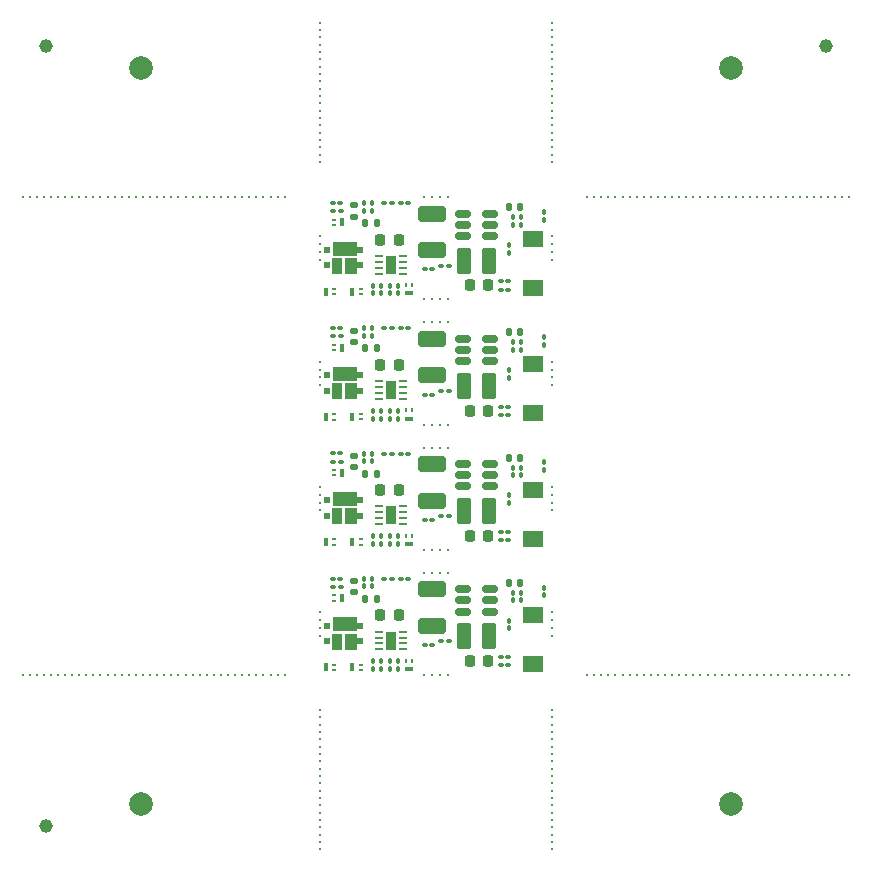
<source format=gts>
G04 #@! TF.GenerationSoftware,KiCad,Pcbnew,8.0.7*
G04 #@! TF.CreationDate,2025-01-15T21:24:22-05:00*
G04 #@! TF.ProjectId,panel,70616e65-6c2e-46b6-9963-61645f706362,rev?*
G04 #@! TF.SameCoordinates,Original*
G04 #@! TF.FileFunction,Soldermask,Top*
G04 #@! TF.FilePolarity,Negative*
%FSLAX46Y46*%
G04 Gerber Fmt 4.6, Leading zero omitted, Abs format (unit mm)*
G04 Created by KiCad (PCBNEW 8.0.7) date 2025-01-15 21:24:22*
%MOMM*%
%LPD*%
G01*
G04 APERTURE LIST*
G04 Aperture macros list*
%AMRoundRect*
0 Rectangle with rounded corners*
0 $1 Rounding radius*
0 $2 $3 $4 $5 $6 $7 $8 $9 X,Y pos of 4 corners*
0 Add a 4 corners polygon primitive as box body*
4,1,4,$2,$3,$4,$5,$6,$7,$8,$9,$2,$3,0*
0 Add four circle primitives for the rounded corners*
1,1,$1+$1,$2,$3*
1,1,$1+$1,$4,$5*
1,1,$1+$1,$6,$7*
1,1,$1+$1,$8,$9*
0 Add four rect primitives between the rounded corners*
20,1,$1+$1,$2,$3,$4,$5,0*
20,1,$1+$1,$4,$5,$6,$7,0*
20,1,$1+$1,$6,$7,$8,$9,0*
20,1,$1+$1,$8,$9,$2,$3,0*%
G04 Aperture macros list end*
%ADD10RoundRect,0.250000X-0.375000X-0.850000X0.375000X-0.850000X0.375000X0.850000X-0.375000X0.850000X0*%
%ADD11C,0.300000*%
%ADD12RoundRect,0.100000X0.100000X-0.130000X0.100000X0.130000X-0.100000X0.130000X-0.100000X-0.130000X0*%
%ADD13RoundRect,0.225000X0.225000X0.250000X-0.225000X0.250000X-0.225000X-0.250000X0.225000X-0.250000X0*%
%ADD14R,0.400000X0.250000*%
%ADD15R,0.400000X0.700000*%
%ADD16RoundRect,0.147500X0.147500X0.172500X-0.147500X0.172500X-0.147500X-0.172500X0.147500X-0.172500X0*%
%ADD17R,1.000000X1.400000*%
%ADD18R,0.550000X0.500000*%
%ADD19R,2.020000X1.200000*%
%ADD20R,0.630000X0.550000*%
%ADD21R,0.870000X1.400000*%
%ADD22RoundRect,0.100000X-0.100000X0.130000X-0.100000X-0.130000X0.100000X-0.130000X0.100000X0.130000X0*%
%ADD23RoundRect,0.062500X-0.300000X-0.062500X0.300000X-0.062500X0.300000X0.062500X-0.300000X0.062500X0*%
%ADD24R,0.900000X1.600000*%
%ADD25RoundRect,0.100000X-0.130000X-0.100000X0.130000X-0.100000X0.130000X0.100000X-0.130000X0.100000X0*%
%ADD26R,1.800000X1.350000*%
%ADD27RoundRect,0.100000X0.130000X0.100000X-0.130000X0.100000X-0.130000X-0.100000X0.130000X-0.100000X0*%
%ADD28C,1.152000*%
%ADD29R,0.250000X0.400000*%
%ADD30R,0.700000X0.400000*%
%ADD31RoundRect,0.147500X0.172500X-0.147500X0.172500X0.147500X-0.172500X0.147500X-0.172500X-0.147500X0*%
%ADD32RoundRect,0.250000X0.925000X-0.412500X0.925000X0.412500X-0.925000X0.412500X-0.925000X-0.412500X0*%
%ADD33C,2.000000*%
%ADD34RoundRect,0.147500X-0.147500X-0.172500X0.147500X-0.172500X0.147500X0.172500X-0.147500X0.172500X0*%
%ADD35RoundRect,0.150000X0.512500X0.150000X-0.512500X0.150000X-0.512500X-0.150000X0.512500X-0.150000X0*%
G04 APERTURE END LIST*
D10*
G04 #@! TO.C,L1*
X37351357Y-30757478D03*
X39501357Y-30757478D03*
G04 #@! TD*
D11*
G04 #@! TO.C,KiKit_MB_24_35*
X68200000Y-55200000D03*
G04 #@! TD*
G04 #@! TO.C,KiKit_MB_18_15*
X44800000Y-8694737D03*
G04 #@! TD*
G04 #@! TO.C,KiKit_MB_18_7*
X44800000Y-3726316D03*
G04 #@! TD*
D12*
G04 #@! TO.C,R13*
X31770000Y-33520000D03*
X31770000Y-32880000D03*
G04 #@! TD*
D11*
G04 #@! TO.C,KiKit_MB_22_24*
X13800000Y-55200000D03*
G04 #@! TD*
D13*
G04 #@! TO.C,C18*
X31835000Y-50160000D03*
X30285000Y-50160000D03*
G04 #@! TD*
D11*
G04 #@! TO.C,KiKit_MB_21_34*
X19800000Y-14800000D03*
G04 #@! TD*
G04 #@! TO.C,KiKit_MB_17_2*
X25200000Y-621053D03*
G04 #@! TD*
D14*
G04 #@! TO.C,Q1*
X26330000Y-27285000D03*
X26330000Y-27735000D03*
D15*
X27030000Y-27510000D03*
G04 #@! TD*
D16*
G04 #@! TO.C,D2*
X42125000Y-36820000D03*
X41155000Y-36820000D03*
G04 #@! TD*
D11*
G04 #@! TO.C,KiKit_MB_24_7*
X51400000Y-55200000D03*
G04 #@! TD*
G04 #@! TO.C,KiKit_MB_12_3*
X34666667Y-44630000D03*
G04 #@! TD*
D12*
G04 #@! TO.C,C20*
X29620000Y-15920000D03*
X29620000Y-15280000D03*
G04 #@! TD*
D11*
G04 #@! TO.C,KiKit_MB_23_32*
X66400000Y-14800000D03*
G04 #@! TD*
G04 #@! TO.C,KiKit_MB_20_12*
X44800000Y-65031578D03*
G04 #@! TD*
G04 #@! TO.C,KiKit_MB_15_1*
X34000000Y-46570000D03*
G04 #@! TD*
D13*
G04 #@! TO.C,C9*
X39405000Y-22240000D03*
X37855000Y-22240000D03*
G04 #@! TD*
D11*
G04 #@! TO.C,KiKit_MB_21_7*
X3600000Y-14800000D03*
G04 #@! TD*
D12*
G04 #@! TO.C,C22*
X28920000Y-47720000D03*
X28920000Y-47080000D03*
G04 #@! TD*
D11*
G04 #@! TO.C,KiKit_MB_21_3*
X1200000Y-14800000D03*
G04 #@! TD*
G04 #@! TO.C,KiKit_MB_24_20*
X59200000Y-55200000D03*
G04 #@! TD*
G04 #@! TO.C,KiKit_MB_22_30*
X17400000Y-55200000D03*
G04 #@! TD*
G04 #@! TO.C,KiKit_MB_21_23*
X13200000Y-14800000D03*
G04 #@! TD*
D17*
G04 #@! TO.C,D1*
X27780000Y-31200000D03*
D18*
X28530000Y-31150000D03*
X28530000Y-29850000D03*
D19*
X27270000Y-29750000D03*
D20*
X25795000Y-29850000D03*
D21*
X26650000Y-31200000D03*
D20*
X25795000Y-31150000D03*
G04 #@! TD*
D11*
G04 #@! TO.C,KiKit_MB_4_1*
X36000000Y-23430000D03*
G04 #@! TD*
G04 #@! TO.C,KiKit_MB_13_1*
X25170000Y-51900000D03*
G04 #@! TD*
G04 #@! TO.C,KiKit_MB_15_2*
X34666667Y-46570000D03*
G04 #@! TD*
D22*
G04 #@! TO.C,R4*
X44120000Y-16030000D03*
X44120000Y-16670000D03*
G04 #@! TD*
D11*
G04 #@! TO.C,KiKit_MB_24_22*
X60400000Y-55200000D03*
G04 #@! TD*
G04 #@! TO.C,KiKit_MB_21_17*
X9600000Y-14800000D03*
G04 #@! TD*
D14*
G04 #@! TO.C,Q6*
X28630000Y-33595000D03*
X28630000Y-33145000D03*
D15*
X27930000Y-33370000D03*
G04 #@! TD*
D11*
G04 #@! TO.C,KiKit_MB_23_21*
X59800000Y-14800000D03*
G04 #@! TD*
G04 #@! TO.C,KiKit_MB_8_2*
X35333333Y-34030000D03*
G04 #@! TD*
G04 #@! TO.C,KiKit_MB_17_4*
X25200000Y-1863158D03*
G04 #@! TD*
G04 #@! TO.C,KiKit_MB_21_37*
X21600000Y-14800000D03*
G04 #@! TD*
G04 #@! TO.C,KiKit_MB_18_16*
X44800000Y-9315790D03*
G04 #@! TD*
G04 #@! TO.C,KiKit_MB_23_18*
X58000000Y-14800000D03*
G04 #@! TD*
G04 #@! TO.C,KiKit_MB_21_9*
X4800000Y-14800000D03*
G04 #@! TD*
G04 #@! TO.C,KiKit_MB_23_10*
X53200000Y-14800000D03*
G04 #@! TD*
G04 #@! TO.C,KiKit_MB_7_2*
X34666667Y-25370000D03*
G04 #@! TD*
D12*
G04 #@! TO.C,C2*
X42220000Y-27710000D03*
X42220000Y-27070000D03*
G04 #@! TD*
D11*
G04 #@! TO.C,KiKit_MB_2_2*
X44830000Y-18766667D03*
G04 #@! TD*
D12*
G04 #@! TO.C,R12*
X30370000Y-33520000D03*
X30370000Y-32880000D03*
G04 #@! TD*
D11*
G04 #@! TO.C,KiKit_MB_21_29*
X16800000Y-14800000D03*
G04 #@! TD*
G04 #@! TO.C,KiKit_MB_23_22*
X60400000Y-14800000D03*
G04 #@! TD*
G04 #@! TO.C,KiKit_MB_3_1*
X34000000Y-14770000D03*
G04 #@! TD*
G04 #@! TO.C,KiKit_MB_19_15*
X25200000Y-66894736D03*
G04 #@! TD*
G04 #@! TO.C,KiKit_MB_19_6*
X25200000Y-61305263D03*
G04 #@! TD*
G04 #@! TO.C,KiKit_MB_21_6*
X3000000Y-14800000D03*
G04 #@! TD*
G04 #@! TO.C,KiKit_MB_14_3*
X44830000Y-51233333D03*
G04 #@! TD*
G04 #@! TO.C,KiKit_MB_4_3*
X34666667Y-23430000D03*
G04 #@! TD*
D13*
G04 #@! TO.C,C9*
X39405000Y-32840000D03*
X37855000Y-32840000D03*
G04 #@! TD*
D11*
G04 #@! TO.C,KiKit_MB_18_10*
X44800000Y-5589474D03*
G04 #@! TD*
G04 #@! TO.C,KiKit_MB_18_6*
X44800000Y-3105264D03*
G04 #@! TD*
D23*
G04 #@! TO.C,U4*
X30207500Y-30360000D03*
X30207500Y-30860000D03*
X30207500Y-31360000D03*
X30207500Y-31860000D03*
X32232500Y-31860000D03*
X32232500Y-31360000D03*
X32232500Y-30860000D03*
X32232500Y-30360000D03*
D24*
X31220000Y-31110000D03*
G04 #@! TD*
D11*
G04 #@! TO.C,KiKit_MB_5_3*
X25170000Y-29366666D03*
G04 #@! TD*
D22*
G04 #@! TO.C,R4*
X44120000Y-37230000D03*
X44120000Y-37870000D03*
G04 #@! TD*
D12*
G04 #@! TO.C,R14*
X31070000Y-54720000D03*
X31070000Y-54080000D03*
G04 #@! TD*
G04 #@! TO.C,C2*
X42220000Y-48910000D03*
X42220000Y-48270000D03*
G04 #@! TD*
D11*
G04 #@! TO.C,KiKit_MB_13_2*
X25170000Y-51233333D03*
G04 #@! TD*
G04 #@! TO.C,KiKit_MB_24_3*
X49000000Y-55200000D03*
G04 #@! TD*
D22*
G04 #@! TO.C,R9*
X41520000Y-27070000D03*
X41520000Y-27710000D03*
G04 #@! TD*
D14*
G04 #@! TO.C,Q3*
X26390000Y-54800000D03*
X26390000Y-54350000D03*
D15*
X25690000Y-54575000D03*
G04 #@! TD*
D12*
G04 #@! TO.C,R11*
X29670000Y-22920000D03*
X29670000Y-22280000D03*
G04 #@! TD*
D11*
G04 #@! TO.C,KiKit_MB_21_19*
X10800000Y-14800000D03*
G04 #@! TD*
G04 #@! TO.C,KiKit_MB_24_5*
X50200000Y-55200000D03*
G04 #@! TD*
G04 #@! TO.C,KiKit_MB_18_19*
X44800000Y-11178948D03*
G04 #@! TD*
G04 #@! TO.C,KiKit_MB_22_12*
X6600000Y-55200000D03*
G04 #@! TD*
G04 #@! TO.C,KiKit_MB_23_38*
X70000000Y-14800000D03*
G04 #@! TD*
G04 #@! TO.C,KiKit_MB_19_5*
X25200000Y-60684210D03*
G04 #@! TD*
G04 #@! TO.C,KiKit_MB_10_3*
X44830000Y-40633333D03*
G04 #@! TD*
G04 #@! TO.C,KiKit_MB_23_2*
X48400000Y-14800000D03*
G04 #@! TD*
D13*
G04 #@! TO.C,C18*
X31835000Y-18360000D03*
X30285000Y-18360000D03*
G04 #@! TD*
D25*
G04 #@! TO.C,C21*
X30630000Y-25880000D03*
X31270000Y-25880000D03*
G04 #@! TD*
D11*
G04 #@! TO.C,KiKit_MB_24_10*
X53200000Y-55200000D03*
G04 #@! TD*
D26*
G04 #@! TO.C,SW1*
X43210000Y-33075000D03*
X43210000Y-28925000D03*
G04 #@! TD*
D11*
G04 #@! TO.C,KiKit_MB_20_8*
X44800000Y-62547368D03*
G04 #@! TD*
G04 #@! TO.C,KiKit_MB_20_11*
X44800000Y-64410526D03*
G04 #@! TD*
G04 #@! TO.C,KiKit_MB_15_4*
X36000000Y-46570000D03*
G04 #@! TD*
G04 #@! TO.C,KiKit_MB_10_2*
X44830000Y-39966666D03*
G04 #@! TD*
D25*
G04 #@! TO.C,R8*
X40490000Y-22620000D03*
X41130000Y-22620000D03*
G04 #@! TD*
D27*
G04 #@! TO.C,R1*
X26910000Y-25860000D03*
X26270000Y-25860000D03*
G04 #@! TD*
D11*
G04 #@! TO.C,KiKit_MB_19_9*
X25200000Y-63168421D03*
G04 #@! TD*
D14*
G04 #@! TO.C,Q3*
X26390000Y-23000000D03*
X26390000Y-22550000D03*
D15*
X25690000Y-22775000D03*
G04 #@! TD*
D25*
G04 #@! TO.C,C19*
X34060000Y-20880000D03*
X34700000Y-20880000D03*
G04 #@! TD*
D11*
G04 #@! TO.C,KiKit_MB_22_29*
X16800000Y-55200000D03*
G04 #@! TD*
G04 #@! TO.C,KiKit_MB_18_13*
X44800000Y-7452632D03*
G04 #@! TD*
G04 #@! TO.C,KiKit_MB_24_30*
X65200000Y-55200000D03*
G04 #@! TD*
G04 #@! TO.C,KiKit_MB_23_23*
X61000000Y-14800000D03*
G04 #@! TD*
G04 #@! TO.C,KiKit_MB_24_13*
X55000000Y-55200000D03*
G04 #@! TD*
G04 #@! TO.C,KiKit_MB_12_4*
X34000000Y-44630000D03*
G04 #@! TD*
G04 #@! TO.C,KiKit_MB_24_15*
X56200000Y-55200000D03*
G04 #@! TD*
G04 #@! TO.C,KiKit_MB_23_20*
X59200000Y-14800000D03*
G04 #@! TD*
G04 #@! TO.C,KiKit_MB_17_6*
X25200000Y-3105264D03*
G04 #@! TD*
G04 #@! TO.C,KiKit_MB_13_3*
X25170000Y-50566666D03*
G04 #@! TD*
D14*
G04 #@! TO.C,Q1*
X26330000Y-37885000D03*
X26330000Y-38335000D03*
D15*
X27030000Y-38110000D03*
G04 #@! TD*
D11*
G04 #@! TO.C,KiKit_MB_24_16*
X56800000Y-55200000D03*
G04 #@! TD*
G04 #@! TO.C,KiKit_MB_24_26*
X62800000Y-55200000D03*
G04 #@! TD*
G04 #@! TO.C,KiKit_MB_23_14*
X55600000Y-14800000D03*
G04 #@! TD*
D28*
G04 #@! TO.C,KiKit_TO_2*
X68000000Y-2000000D03*
G04 #@! TD*
D11*
G04 #@! TO.C,KiKit_MB_23_9*
X52600000Y-14800000D03*
G04 #@! TD*
D12*
G04 #@! TO.C,C22*
X28920000Y-37120000D03*
X28920000Y-36480000D03*
G04 #@! TD*
D11*
G04 #@! TO.C,KiKit_MB_1_4*
X25170000Y-18100000D03*
G04 #@! TD*
D12*
G04 #@! TO.C,R12*
X30370000Y-22920000D03*
X30370000Y-22280000D03*
G04 #@! TD*
D11*
G04 #@! TO.C,KiKit_MB_24_19*
X58600000Y-55200000D03*
G04 #@! TD*
G04 #@! TO.C,KiKit_MB_9_4*
X25170000Y-39300000D03*
G04 #@! TD*
G04 #@! TO.C,KiKit_MB_9_3*
X25170000Y-39966666D03*
G04 #@! TD*
D27*
G04 #@! TO.C,R2*
X26940000Y-37160000D03*
X26300000Y-37160000D03*
G04 #@! TD*
D11*
G04 #@! TO.C,KiKit_MB_18_9*
X44800000Y-4968422D03*
G04 #@! TD*
G04 #@! TO.C,KiKit_MB_22_8*
X4200000Y-55200000D03*
G04 #@! TD*
G04 #@! TO.C,KiKit_MB_20_4*
X44800000Y-60063157D03*
G04 #@! TD*
G04 #@! TO.C,KiKit_MB_22_31*
X18000000Y-55200000D03*
G04 #@! TD*
G04 #@! TO.C,KiKit_MB_22_36*
X21000000Y-55200000D03*
G04 #@! TD*
G04 #@! TO.C,KiKit_MB_13_4*
X25170000Y-49900000D03*
G04 #@! TD*
D13*
G04 #@! TO.C,C18*
X31835000Y-39560000D03*
X30285000Y-39560000D03*
G04 #@! TD*
D11*
G04 #@! TO.C,KiKit_MB_24_8*
X52000000Y-55200000D03*
G04 #@! TD*
G04 #@! TO.C,KiKit_MB_6_1*
X44830000Y-28700000D03*
G04 #@! TD*
G04 #@! TO.C,KiKit_MB_18_8*
X44800000Y-4347369D03*
G04 #@! TD*
D27*
G04 #@! TO.C,C6*
X36100000Y-52360000D03*
X35460000Y-52360000D03*
G04 #@! TD*
D11*
G04 #@! TO.C,KiKit_MB_20_6*
X44800000Y-61305263D03*
G04 #@! TD*
D14*
G04 #@! TO.C,Q6*
X28630000Y-54795000D03*
X28630000Y-54345000D03*
D15*
X27930000Y-54570000D03*
G04 #@! TD*
D11*
G04 #@! TO.C,KiKit_MB_23_30*
X65200000Y-14800000D03*
G04 #@! TD*
G04 #@! TO.C,KiKit_MB_5_4*
X25170000Y-28700000D03*
G04 #@! TD*
G04 #@! TO.C,KiKit_MB_21_33*
X19200000Y-14800000D03*
G04 #@! TD*
G04 #@! TO.C,KiKit_MB_22_28*
X16200000Y-55200000D03*
G04 #@! TD*
G04 #@! TO.C,KiKit_MB_22_19*
X10800000Y-55200000D03*
G04 #@! TD*
G04 #@! TO.C,KiKit_MB_24_37*
X69400000Y-55200000D03*
G04 #@! TD*
G04 #@! TO.C,KiKit_MB_22_22*
X12600000Y-55200000D03*
G04 #@! TD*
D12*
G04 #@! TO.C,C13*
X41150000Y-30060000D03*
X41150000Y-29420000D03*
G04 #@! TD*
D29*
G04 #@! TO.C,Q2*
X32945000Y-54020000D03*
X32495000Y-54020000D03*
D30*
X32720000Y-54720000D03*
G04 #@! TD*
D11*
G04 #@! TO.C,KiKit_MB_17_1*
X25200000Y0D03*
G04 #@! TD*
D14*
G04 #@! TO.C,Q3*
X26390000Y-44200000D03*
X26390000Y-43750000D03*
D15*
X25690000Y-43975000D03*
G04 #@! TD*
D11*
G04 #@! TO.C,KiKit_MB_22_33*
X19200000Y-55200000D03*
G04 #@! TD*
G04 #@! TO.C,KiKit_MB_18_17*
X44800000Y-9936843D03*
G04 #@! TD*
G04 #@! TO.C,KiKit_MB_17_15*
X25200000Y-8694737D03*
G04 #@! TD*
G04 #@! TO.C,KiKit_MB_14_4*
X44830000Y-51900000D03*
G04 #@! TD*
D25*
G04 #@! TO.C,C19*
X34060000Y-52680000D03*
X34700000Y-52680000D03*
G04 #@! TD*
D11*
G04 #@! TO.C,KiKit_MB_19_14*
X25200000Y-66273684D03*
G04 #@! TD*
G04 #@! TO.C,KiKit_MB_19_7*
X25200000Y-61926315D03*
G04 #@! TD*
G04 #@! TO.C,KiKit_MB_19_12*
X25200000Y-65031578D03*
G04 #@! TD*
D12*
G04 #@! TO.C,R12*
X30370000Y-54720000D03*
X30370000Y-54080000D03*
G04 #@! TD*
D27*
G04 #@! TO.C,C16*
X32670000Y-15280000D03*
X32030000Y-15280000D03*
G04 #@! TD*
D31*
G04 #@! TO.C,FB1*
X28100000Y-16435000D03*
X28100000Y-15465000D03*
G04 #@! TD*
D11*
G04 #@! TO.C,KiKit_MB_21_38*
X22200000Y-14800000D03*
G04 #@! TD*
G04 #@! TO.C,KiKit_MB_24_1*
X47800000Y-55200000D03*
G04 #@! TD*
D27*
G04 #@! TO.C,R7*
X41130000Y-43110000D03*
X40490000Y-43110000D03*
G04 #@! TD*
D11*
G04 #@! TO.C,KiKit_MB_17_10*
X25200000Y-5589474D03*
G04 #@! TD*
D12*
G04 #@! TO.C,R14*
X31070000Y-22920000D03*
X31070000Y-22280000D03*
G04 #@! TD*
D11*
G04 #@! TO.C,KiKit_MB_21_36*
X21000000Y-14800000D03*
G04 #@! TD*
D29*
G04 #@! TO.C,Q2*
X32945000Y-22220000D03*
X32495000Y-22220000D03*
D30*
X32720000Y-22920000D03*
G04 #@! TD*
D11*
G04 #@! TO.C,KiKit_MB_17_14*
X25200000Y-8073685D03*
G04 #@! TD*
G04 #@! TO.C,KiKit_MB_20_13*
X44800000Y-65652631D03*
G04 #@! TD*
G04 #@! TO.C,KiKit_MB_22_7*
X3600000Y-55200000D03*
G04 #@! TD*
G04 #@! TO.C,KiKit_MB_22_21*
X12000000Y-55200000D03*
G04 #@! TD*
D12*
G04 #@! TO.C,R14*
X31070000Y-44120000D03*
X31070000Y-43480000D03*
G04 #@! TD*
D16*
G04 #@! TO.C,D2*
X42125000Y-26220000D03*
X41155000Y-26220000D03*
G04 #@! TD*
D11*
G04 #@! TO.C,KiKit_MB_20_7*
X44800000Y-61926315D03*
G04 #@! TD*
G04 #@! TO.C,KiKit_MB_21_30*
X17400000Y-14800000D03*
G04 #@! TD*
D13*
G04 #@! TO.C,C9*
X39405000Y-54040000D03*
X37855000Y-54040000D03*
G04 #@! TD*
D11*
G04 #@! TO.C,KiKit_MB_5_1*
X25170000Y-30700000D03*
G04 #@! TD*
G04 #@! TO.C,KiKit_MB_24_29*
X64600000Y-55200000D03*
G04 #@! TD*
D16*
G04 #@! TO.C,D2*
X42125000Y-47420000D03*
X41155000Y-47420000D03*
G04 #@! TD*
D12*
G04 #@! TO.C,C20*
X29620000Y-37120000D03*
X29620000Y-36480000D03*
G04 #@! TD*
D11*
G04 #@! TO.C,KiKit_MB_23_28*
X64000000Y-14800000D03*
G04 #@! TD*
G04 #@! TO.C,KiKit_MB_11_1*
X34000000Y-35970000D03*
G04 #@! TD*
G04 #@! TO.C,KiKit_MB_17_16*
X25200000Y-9315790D03*
G04 #@! TD*
G04 #@! TO.C,KiKit_MB_18_14*
X44800000Y-8073685D03*
G04 #@! TD*
G04 #@! TO.C,KiKit_MB_24_12*
X54400000Y-55200000D03*
G04 #@! TD*
G04 #@! TO.C,KiKit_MB_23_17*
X57400000Y-14800000D03*
G04 #@! TD*
G04 #@! TO.C,KiKit_MB_24_31*
X65800000Y-55200000D03*
G04 #@! TD*
D32*
G04 #@! TO.C,C4*
X34700000Y-51057500D03*
X34700000Y-47982500D03*
G04 #@! TD*
D11*
G04 #@! TO.C,KiKit_MB_24_4*
X49600000Y-55200000D03*
G04 #@! TD*
G04 #@! TO.C,KiKit_MB_17_17*
X25200000Y-9936843D03*
G04 #@! TD*
G04 #@! TO.C,KiKit_MB_7_1*
X34000000Y-25370000D03*
G04 #@! TD*
G04 #@! TO.C,KiKit_MB_23_37*
X69400000Y-14800000D03*
G04 #@! TD*
G04 #@! TO.C,KiKit_MB_17_5*
X25200000Y-2484211D03*
G04 #@! TD*
D33*
G04 #@! TO.C,KiKit_FID_T_2*
X60000000Y-3850000D03*
G04 #@! TD*
D11*
G04 #@! TO.C,KiKit_MB_23_7*
X51400000Y-14800000D03*
G04 #@! TD*
D28*
G04 #@! TO.C,KiKit_TO_3*
X2000000Y-68000000D03*
G04 #@! TD*
D11*
G04 #@! TO.C,KiKit_MB_1_1*
X25170000Y-20100000D03*
G04 #@! TD*
G04 #@! TO.C,KiKit_MB_21_32*
X18600000Y-14800000D03*
G04 #@! TD*
G04 #@! TO.C,KiKit_MB_22_26*
X15000000Y-55200000D03*
G04 #@! TD*
G04 #@! TO.C,KiKit_MB_11_2*
X34666667Y-35970000D03*
G04 #@! TD*
D25*
G04 #@! TO.C,C19*
X34060000Y-31480000D03*
X34700000Y-31480000D03*
G04 #@! TD*
D33*
G04 #@! TO.C,KiKit_FID_T_3*
X10000000Y-66150000D03*
G04 #@! TD*
D11*
G04 #@! TO.C,KiKit_MB_8_3*
X34666667Y-34030000D03*
G04 #@! TD*
G04 #@! TO.C,KiKit_MB_22_15*
X8400000Y-55200000D03*
G04 #@! TD*
G04 #@! TO.C,KiKit_MB_24_9*
X52600000Y-55200000D03*
G04 #@! TD*
G04 #@! TO.C,KiKit_MB_18_5*
X44800000Y-2484211D03*
G04 #@! TD*
G04 #@! TO.C,KiKit_MB_22_5*
X2400000Y-55200000D03*
G04 #@! TD*
D22*
G04 #@! TO.C,R4*
X44120000Y-47830000D03*
X44120000Y-48470000D03*
G04 #@! TD*
D11*
G04 #@! TO.C,KiKit_MB_21_22*
X12600000Y-14800000D03*
G04 #@! TD*
G04 #@! TO.C,KiKit_MB_21_24*
X13800000Y-14800000D03*
G04 #@! TD*
D25*
G04 #@! TO.C,C19*
X34060000Y-42080000D03*
X34700000Y-42080000D03*
G04 #@! TD*
D11*
G04 #@! TO.C,KiKit_MB_22_14*
X7800000Y-55200000D03*
G04 #@! TD*
D12*
G04 #@! TO.C,R13*
X31770000Y-54720000D03*
X31770000Y-54080000D03*
G04 #@! TD*
D11*
G04 #@! TO.C,KiKit_MB_7_4*
X36000000Y-25370000D03*
G04 #@! TD*
G04 #@! TO.C,KiKit_MB_22_38*
X22200000Y-55200000D03*
G04 #@! TD*
G04 #@! TO.C,KiKit_MB_21_16*
X9000000Y-14800000D03*
G04 #@! TD*
D28*
G04 #@! TO.C,KiKit_TO_1*
X2000000Y-2000000D03*
G04 #@! TD*
D11*
G04 #@! TO.C,KiKit_MB_18_1*
X44800000Y0D03*
G04 #@! TD*
G04 #@! TO.C,KiKit_MB_8_1*
X36000000Y-34030000D03*
G04 #@! TD*
D14*
G04 #@! TO.C,Q3*
X26390000Y-33600000D03*
X26390000Y-33150000D03*
D15*
X25690000Y-33375000D03*
G04 #@! TD*
D11*
G04 #@! TO.C,KiKit_MB_21_28*
X16200000Y-14800000D03*
G04 #@! TD*
D25*
G04 #@! TO.C,R8*
X40490000Y-33220000D03*
X41130000Y-33220000D03*
G04 #@! TD*
D27*
G04 #@! TO.C,C6*
X36100000Y-20560000D03*
X35460000Y-20560000D03*
G04 #@! TD*
D11*
G04 #@! TO.C,KiKit_MB_22_13*
X7200000Y-55200000D03*
G04 #@! TD*
G04 #@! TO.C,KiKit_MB_18_3*
X44800000Y-1242106D03*
G04 #@! TD*
G04 #@! TO.C,KiKit_MB_3_3*
X35333333Y-14770000D03*
G04 #@! TD*
G04 #@! TO.C,KiKit_MB_2_1*
X44830000Y-18100000D03*
G04 #@! TD*
G04 #@! TO.C,KiKit_MB_6_3*
X44830000Y-30033333D03*
G04 #@! TD*
D14*
G04 #@! TO.C,Q1*
X26330000Y-48485000D03*
X26330000Y-48935000D03*
D15*
X27030000Y-48710000D03*
G04 #@! TD*
D27*
G04 #@! TO.C,R2*
X26940000Y-26560000D03*
X26300000Y-26560000D03*
G04 #@! TD*
D26*
G04 #@! TO.C,SW1*
X43210000Y-22475000D03*
X43210000Y-18325000D03*
G04 #@! TD*
D11*
G04 #@! TO.C,KiKit_MB_19_11*
X25200000Y-64410526D03*
G04 #@! TD*
G04 #@! TO.C,KiKit_MB_6_4*
X44830000Y-30700000D03*
G04 #@! TD*
D32*
G04 #@! TO.C,C4*
X34700000Y-19257500D03*
X34700000Y-16182500D03*
G04 #@! TD*
D11*
G04 #@! TO.C,KiKit_MB_22_4*
X1800000Y-55200000D03*
G04 #@! TD*
G04 #@! TO.C,KiKit_MB_21_15*
X8400000Y-14800000D03*
G04 #@! TD*
G04 #@! TO.C,KiKit_MB_19_17*
X25200000Y-68136842D03*
G04 #@! TD*
G04 #@! TO.C,KiKit_MB_17_11*
X25200000Y-6210527D03*
G04 #@! TD*
G04 #@! TO.C,KiKit_MB_21_21*
X12000000Y-14800000D03*
G04 #@! TD*
G04 #@! TO.C,KiKit_MB_18_11*
X44800000Y-6210527D03*
G04 #@! TD*
G04 #@! TO.C,KiKit_MB_20_10*
X44800000Y-63789473D03*
G04 #@! TD*
D12*
G04 #@! TO.C,C20*
X29620000Y-26520000D03*
X29620000Y-25880000D03*
G04 #@! TD*
D11*
G04 #@! TO.C,KiKit_MB_19_1*
X25200000Y-58200000D03*
G04 #@! TD*
D27*
G04 #@! TO.C,R7*
X41130000Y-21910000D03*
X40490000Y-21910000D03*
G04 #@! TD*
D11*
G04 #@! TO.C,KiKit_MB_16_3*
X34666667Y-55230000D03*
G04 #@! TD*
G04 #@! TO.C,KiKit_MB_11_3*
X35333333Y-35970000D03*
G04 #@! TD*
G04 #@! TO.C,KiKit_MB_22_9*
X4800000Y-55200000D03*
G04 #@! TD*
D34*
G04 #@! TO.C,FB2*
X29015000Y-48780000D03*
X29985000Y-48780000D03*
G04 #@! TD*
D11*
G04 #@! TO.C,KiKit_MB_21_26*
X15000000Y-14800000D03*
G04 #@! TD*
D14*
G04 #@! TO.C,Q1*
X26330000Y-16685000D03*
X26330000Y-17135000D03*
D15*
X27030000Y-16910000D03*
G04 #@! TD*
D11*
G04 #@! TO.C,KiKit_MB_3_2*
X34666667Y-14770000D03*
G04 #@! TD*
G04 #@! TO.C,KiKit_MB_20_3*
X44800000Y-59442105D03*
G04 #@! TD*
G04 #@! TO.C,KiKit_MB_21_1*
X0Y-14800000D03*
G04 #@! TD*
D12*
G04 #@! TO.C,C13*
X41150000Y-19460000D03*
X41150000Y-18820000D03*
G04 #@! TD*
D11*
G04 #@! TO.C,KiKit_MB_19_3*
X25200000Y-59442105D03*
G04 #@! TD*
G04 #@! TO.C,KiKit_MB_9_2*
X25170000Y-40633333D03*
G04 #@! TD*
G04 #@! TO.C,KiKit_MB_24_36*
X68800000Y-55200000D03*
G04 #@! TD*
G04 #@! TO.C,KiKit_MB_22_37*
X21600000Y-55200000D03*
G04 #@! TD*
G04 #@! TO.C,KiKit_MB_24_14*
X55600000Y-55200000D03*
G04 #@! TD*
G04 #@! TO.C,KiKit_MB_17_8*
X25200000Y-4347369D03*
G04 #@! TD*
G04 #@! TO.C,KiKit_MB_19_4*
X25200000Y-60063157D03*
G04 #@! TD*
D12*
G04 #@! TO.C,R13*
X31770000Y-22920000D03*
X31770000Y-22280000D03*
G04 #@! TD*
D17*
G04 #@! TO.C,D1*
X27780000Y-52400000D03*
D18*
X28530000Y-52350000D03*
X28530000Y-51050000D03*
D19*
X27270000Y-50950000D03*
D20*
X25795000Y-51050000D03*
D21*
X26650000Y-52400000D03*
D20*
X25795000Y-52350000D03*
G04 #@! TD*
D11*
G04 #@! TO.C,KiKit_MB_21_8*
X4200000Y-14800000D03*
G04 #@! TD*
G04 #@! TO.C,KiKit_MB_22_16*
X9000000Y-55200000D03*
G04 #@! TD*
G04 #@! TO.C,KiKit_MB_5_2*
X25170000Y-30033333D03*
G04 #@! TD*
G04 #@! TO.C,KiKit_MB_24_2*
X48400000Y-55200000D03*
G04 #@! TD*
G04 #@! TO.C,KiKit_MB_11_4*
X36000000Y-35970000D03*
G04 #@! TD*
D22*
G04 #@! TO.C,R9*
X41520000Y-48270000D03*
X41520000Y-48910000D03*
G04 #@! TD*
D11*
G04 #@! TO.C,KiKit_MB_19_16*
X25200000Y-67515789D03*
G04 #@! TD*
D32*
G04 #@! TO.C,C4*
X34700000Y-29857500D03*
X34700000Y-26782500D03*
G04 #@! TD*
D11*
G04 #@! TO.C,KiKit_MB_10_4*
X44830000Y-41300000D03*
G04 #@! TD*
G04 #@! TO.C,KiKit_MB_17_19*
X25200000Y-11178948D03*
G04 #@! TD*
G04 #@! TO.C,KiKit_MB_22_6*
X3000000Y-55200000D03*
G04 #@! TD*
D12*
G04 #@! TO.C,R13*
X31770000Y-44120000D03*
X31770000Y-43480000D03*
G04 #@! TD*
D13*
G04 #@! TO.C,C18*
X31835000Y-28960000D03*
X30285000Y-28960000D03*
G04 #@! TD*
D11*
G04 #@! TO.C,KiKit_MB_24_38*
X70000000Y-55200000D03*
G04 #@! TD*
D33*
G04 #@! TO.C,KiKit_FID_T_1*
X10000000Y-3850000D03*
G04 #@! TD*
D11*
G04 #@! TO.C,KiKit_MB_12_2*
X35333333Y-44630000D03*
G04 #@! TD*
G04 #@! TO.C,KiKit_MB_21_11*
X6000000Y-14800000D03*
G04 #@! TD*
D12*
G04 #@! TO.C,C2*
X42220000Y-17110000D03*
X42220000Y-16470000D03*
G04 #@! TD*
D11*
G04 #@! TO.C,KiKit_MB_7_3*
X35333333Y-25370000D03*
G04 #@! TD*
G04 #@! TO.C,KiKit_MB_22_23*
X13200000Y-55200000D03*
G04 #@! TD*
G04 #@! TO.C,KiKit_MB_23_27*
X63400000Y-14800000D03*
G04 #@! TD*
G04 #@! TO.C,KiKit_MB_17_3*
X25200000Y-1242106D03*
G04 #@! TD*
G04 #@! TO.C,KiKit_MB_20_16*
X44800000Y-67515789D03*
G04 #@! TD*
D25*
G04 #@! TO.C,C21*
X30630000Y-47080000D03*
X31270000Y-47080000D03*
G04 #@! TD*
D14*
G04 #@! TO.C,Q6*
X28630000Y-44195000D03*
X28630000Y-43745000D03*
D15*
X27930000Y-43970000D03*
G04 #@! TD*
D11*
G04 #@! TO.C,KiKit_MB_14_1*
X44830000Y-49900000D03*
G04 #@! TD*
D12*
G04 #@! TO.C,C13*
X41150000Y-51260000D03*
X41150000Y-50620000D03*
G04 #@! TD*
D11*
G04 #@! TO.C,KiKit_MB_24_33*
X67000000Y-55200000D03*
G04 #@! TD*
G04 #@! TO.C,KiKit_MB_20_5*
X44800000Y-60684210D03*
G04 #@! TD*
D27*
G04 #@! TO.C,R7*
X41130000Y-32510000D03*
X40490000Y-32510000D03*
G04 #@! TD*
D11*
G04 #@! TO.C,KiKit_MB_18_12*
X44800000Y-6831579D03*
G04 #@! TD*
G04 #@! TO.C,KiKit_MB_17_20*
X25200000Y-11800000D03*
G04 #@! TD*
G04 #@! TO.C,KiKit_MB_23_34*
X67600000Y-14800000D03*
G04 #@! TD*
D34*
G04 #@! TO.C,FB2*
X29015000Y-38180000D03*
X29985000Y-38180000D03*
G04 #@! TD*
D29*
G04 #@! TO.C,Q2*
X32945000Y-32820000D03*
X32495000Y-32820000D03*
D30*
X32720000Y-33520000D03*
G04 #@! TD*
D11*
G04 #@! TO.C,KiKit_MB_23_15*
X56200000Y-14800000D03*
G04 #@! TD*
G04 #@! TO.C,KiKit_MB_1_2*
X25170000Y-19433333D03*
G04 #@! TD*
G04 #@! TO.C,KiKit_MB_1_3*
X25170000Y-18766667D03*
G04 #@! TD*
D27*
G04 #@! TO.C,R2*
X26940000Y-15960000D03*
X26300000Y-15960000D03*
G04 #@! TD*
D11*
G04 #@! TO.C,KiKit_MB_19_13*
X25200000Y-65652631D03*
G04 #@! TD*
D12*
G04 #@! TO.C,R12*
X30370000Y-44120000D03*
X30370000Y-43480000D03*
G04 #@! TD*
D11*
G04 #@! TO.C,KiKit_MB_23_13*
X55000000Y-14800000D03*
G04 #@! TD*
G04 #@! TO.C,KiKit_MB_23_33*
X67000000Y-14800000D03*
G04 #@! TD*
G04 #@! TO.C,KiKit_MB_24_21*
X59800000Y-55200000D03*
G04 #@! TD*
G04 #@! TO.C,KiKit_MB_22_25*
X14400000Y-55200000D03*
G04 #@! TD*
G04 #@! TO.C,KiKit_MB_19_8*
X25200000Y-62547368D03*
G04 #@! TD*
D23*
G04 #@! TO.C,U4*
X30207500Y-51560000D03*
X30207500Y-52060000D03*
X30207500Y-52560000D03*
X30207500Y-53060000D03*
X32232500Y-53060000D03*
X32232500Y-52560000D03*
X32232500Y-52060000D03*
X32232500Y-51560000D03*
D24*
X31220000Y-52310000D03*
G04 #@! TD*
D31*
G04 #@! TO.C,FB1*
X28100000Y-37635000D03*
X28100000Y-36665000D03*
G04 #@! TD*
D11*
G04 #@! TO.C,KiKit_MB_12_1*
X36000000Y-44630000D03*
G04 #@! TD*
D27*
G04 #@! TO.C,R1*
X26910000Y-47060000D03*
X26270000Y-47060000D03*
G04 #@! TD*
D11*
G04 #@! TO.C,KiKit_MB_20_19*
X44800000Y-69378947D03*
G04 #@! TD*
G04 #@! TO.C,KiKit_MB_16_2*
X35333333Y-55230000D03*
G04 #@! TD*
D22*
G04 #@! TO.C,R4*
X44120000Y-26630000D03*
X44120000Y-27270000D03*
G04 #@! TD*
D33*
G04 #@! TO.C,KiKit_FID_T_4*
X60000000Y-66150000D03*
G04 #@! TD*
D11*
G04 #@! TO.C,KiKit_MB_23_25*
X62200000Y-14800000D03*
G04 #@! TD*
G04 #@! TO.C,KiKit_MB_23_16*
X56800000Y-14800000D03*
G04 #@! TD*
G04 #@! TO.C,KiKit_MB_19_2*
X25200000Y-58821052D03*
G04 #@! TD*
G04 #@! TO.C,KiKit_MB_20_17*
X44800000Y-68136842D03*
G04 #@! TD*
G04 #@! TO.C,KiKit_MB_23_24*
X61600000Y-14800000D03*
G04 #@! TD*
D27*
G04 #@! TO.C,C16*
X32670000Y-47080000D03*
X32030000Y-47080000D03*
G04 #@! TD*
D11*
G04 #@! TO.C,KiKit_MB_17_18*
X25200000Y-10557895D03*
G04 #@! TD*
D35*
G04 #@! TO.C,U2*
X39597500Y-28660000D03*
X39597500Y-27710000D03*
X39597500Y-26760000D03*
X37322500Y-26760000D03*
X37322500Y-27710000D03*
X37322500Y-28660000D03*
G04 #@! TD*
D14*
G04 #@! TO.C,Q6*
X28630000Y-22995000D03*
X28630000Y-22545000D03*
D15*
X27930000Y-22770000D03*
G04 #@! TD*
D25*
G04 #@! TO.C,R8*
X40490000Y-54420000D03*
X41130000Y-54420000D03*
G04 #@! TD*
D11*
G04 #@! TO.C,KiKit_MB_20_2*
X44800000Y-58821052D03*
G04 #@! TD*
G04 #@! TO.C,KiKit_MB_24_18*
X58000000Y-55200000D03*
G04 #@! TD*
G04 #@! TO.C,KiKit_MB_8_4*
X34000000Y-34030000D03*
G04 #@! TD*
G04 #@! TO.C,KiKit_MB_22_32*
X18600000Y-55200000D03*
G04 #@! TD*
D12*
G04 #@! TO.C,C22*
X28920000Y-15920000D03*
X28920000Y-15280000D03*
G04 #@! TD*
D11*
G04 #@! TO.C,KiKit_MB_23_11*
X53800000Y-14800000D03*
G04 #@! TD*
G04 #@! TO.C,KiKit_MB_22_18*
X10200000Y-55200000D03*
G04 #@! TD*
G04 #@! TO.C,KiKit_MB_23_35*
X68200000Y-14800000D03*
G04 #@! TD*
G04 #@! TO.C,KiKit_MB_20_9*
X44800000Y-63168421D03*
G04 #@! TD*
G04 #@! TO.C,KiKit_MB_20_20*
X44800000Y-70000000D03*
G04 #@! TD*
G04 #@! TO.C,KiKit_MB_9_1*
X25170000Y-41300000D03*
G04 #@! TD*
D25*
G04 #@! TO.C,R8*
X40490000Y-43820000D03*
X41130000Y-43820000D03*
G04 #@! TD*
D10*
G04 #@! TO.C,L1*
X37351357Y-20157478D03*
X39501357Y-20157478D03*
G04 #@! TD*
D11*
G04 #@! TO.C,KiKit_MB_21_5*
X2400000Y-14800000D03*
G04 #@! TD*
D22*
G04 #@! TO.C,R9*
X41520000Y-16470000D03*
X41520000Y-17110000D03*
G04 #@! TD*
D11*
G04 #@! TO.C,KiKit_MB_17_9*
X25200000Y-4968422D03*
G04 #@! TD*
G04 #@! TO.C,KiKit_MB_23_19*
X58600000Y-14800000D03*
G04 #@! TD*
G04 #@! TO.C,KiKit_MB_23_1*
X47800000Y-14800000D03*
G04 #@! TD*
G04 #@! TO.C,KiKit_MB_23_3*
X49000000Y-14800000D03*
G04 #@! TD*
G04 #@! TO.C,KiKit_MB_22_3*
X1200000Y-55200000D03*
G04 #@! TD*
G04 #@! TO.C,KiKit_MB_19_10*
X25200000Y-63789473D03*
G04 #@! TD*
G04 #@! TO.C,KiKit_MB_16_1*
X36000000Y-55230000D03*
G04 #@! TD*
D17*
G04 #@! TO.C,D1*
X27780000Y-20600000D03*
D18*
X28530000Y-20550000D03*
X28530000Y-19250000D03*
D19*
X27270000Y-19150000D03*
D20*
X25795000Y-19250000D03*
D21*
X26650000Y-20600000D03*
D20*
X25795000Y-20550000D03*
G04 #@! TD*
D25*
G04 #@! TO.C,C21*
X30630000Y-36480000D03*
X31270000Y-36480000D03*
G04 #@! TD*
D34*
G04 #@! TO.C,FB2*
X29015000Y-16980000D03*
X29985000Y-16980000D03*
G04 #@! TD*
D11*
G04 #@! TO.C,KiKit_MB_22_34*
X19800000Y-55200000D03*
G04 #@! TD*
G04 #@! TO.C,KiKit_MB_22_20*
X11400000Y-55200000D03*
G04 #@! TD*
G04 #@! TO.C,KiKit_MB_21_27*
X15600000Y-14800000D03*
G04 #@! TD*
G04 #@! TO.C,KiKit_MB_23_12*
X54400000Y-14800000D03*
G04 #@! TD*
D32*
G04 #@! TO.C,C4*
X34700000Y-40457500D03*
X34700000Y-37382500D03*
G04 #@! TD*
D11*
G04 #@! TO.C,KiKit_MB_21_25*
X14400000Y-14800000D03*
G04 #@! TD*
G04 #@! TO.C,KiKit_MB_23_36*
X68800000Y-14800000D03*
G04 #@! TD*
G04 #@! TO.C,KiKit_MB_23_26*
X62800000Y-14800000D03*
G04 #@! TD*
D27*
G04 #@! TO.C,C6*
X36100000Y-31160000D03*
X35460000Y-31160000D03*
G04 #@! TD*
D11*
G04 #@! TO.C,KiKit_MB_23_31*
X65800000Y-14800000D03*
G04 #@! TD*
G04 #@! TO.C,KiKit_MB_24_32*
X66400000Y-55200000D03*
G04 #@! TD*
G04 #@! TO.C,KiKit_MB_19_18*
X25200000Y-68757894D03*
G04 #@! TD*
D31*
G04 #@! TO.C,FB1*
X28100000Y-48235000D03*
X28100000Y-47265000D03*
G04 #@! TD*
D11*
G04 #@! TO.C,KiKit_MB_24_34*
X67600000Y-55200000D03*
G04 #@! TD*
G04 #@! TO.C,KiKit_MB_22_27*
X15600000Y-55200000D03*
G04 #@! TD*
D16*
G04 #@! TO.C,D2*
X42125000Y-15620000D03*
X41155000Y-15620000D03*
G04 #@! TD*
D11*
G04 #@! TO.C,KiKit_MB_14_2*
X44830000Y-50566666D03*
G04 #@! TD*
D26*
G04 #@! TO.C,SW1*
X43210000Y-43675000D03*
X43210000Y-39525000D03*
G04 #@! TD*
D29*
G04 #@! TO.C,Q2*
X32945000Y-43420000D03*
X32495000Y-43420000D03*
D30*
X32720000Y-44120000D03*
G04 #@! TD*
D12*
G04 #@! TO.C,C2*
X42220000Y-38310000D03*
X42220000Y-37670000D03*
G04 #@! TD*
D11*
G04 #@! TO.C,KiKit_MB_6_2*
X44830000Y-29366666D03*
G04 #@! TD*
G04 #@! TO.C,KiKit_MB_23_8*
X52000000Y-14800000D03*
G04 #@! TD*
G04 #@! TO.C,KiKit_MB_16_4*
X34000000Y-55230000D03*
G04 #@! TD*
D34*
G04 #@! TO.C,FB2*
X29015000Y-27580000D03*
X29985000Y-27580000D03*
G04 #@! TD*
D11*
G04 #@! TO.C,KiKit_MB_21_35*
X20400000Y-14800000D03*
G04 #@! TD*
G04 #@! TO.C,KiKit_MB_22_2*
X600000Y-55200000D03*
G04 #@! TD*
D22*
G04 #@! TO.C,R9*
X41520000Y-37670000D03*
X41520000Y-38310000D03*
G04 #@! TD*
D12*
G04 #@! TO.C,C22*
X28920000Y-26520000D03*
X28920000Y-25880000D03*
G04 #@! TD*
D11*
G04 #@! TO.C,KiKit_MB_21_20*
X11400000Y-14800000D03*
G04 #@! TD*
G04 #@! TO.C,KiKit_MB_21_12*
X6600000Y-14800000D03*
G04 #@! TD*
D27*
G04 #@! TO.C,R1*
X26910000Y-36460000D03*
X26270000Y-36460000D03*
G04 #@! TD*
D23*
G04 #@! TO.C,U4*
X30207500Y-40960000D03*
X30207500Y-41460000D03*
X30207500Y-41960000D03*
X30207500Y-42460000D03*
X32232500Y-42460000D03*
X32232500Y-41960000D03*
X32232500Y-41460000D03*
X32232500Y-40960000D03*
D24*
X31220000Y-41710000D03*
G04 #@! TD*
D11*
G04 #@! TO.C,KiKit_MB_24_24*
X61600000Y-55200000D03*
G04 #@! TD*
D35*
G04 #@! TO.C,U2*
X39597500Y-39260000D03*
X39597500Y-38310000D03*
X39597500Y-37360000D03*
X37322500Y-37360000D03*
X37322500Y-38310000D03*
X37322500Y-39260000D03*
G04 #@! TD*
D12*
G04 #@! TO.C,R11*
X29670000Y-33520000D03*
X29670000Y-32880000D03*
G04 #@! TD*
D11*
G04 #@! TO.C,KiKit_MB_21_13*
X7200000Y-14800000D03*
G04 #@! TD*
G04 #@! TO.C,KiKit_MB_2_4*
X44830000Y-20100000D03*
G04 #@! TD*
D26*
G04 #@! TO.C,SW1*
X43210000Y-54275000D03*
X43210000Y-50125000D03*
G04 #@! TD*
D27*
G04 #@! TO.C,C6*
X36100000Y-41760000D03*
X35460000Y-41760000D03*
G04 #@! TD*
D13*
G04 #@! TO.C,C9*
X39405000Y-43440000D03*
X37855000Y-43440000D03*
G04 #@! TD*
D11*
G04 #@! TO.C,KiKit_MB_4_4*
X34000000Y-23430000D03*
G04 #@! TD*
G04 #@! TO.C,KiKit_MB_20_15*
X44800000Y-66894736D03*
G04 #@! TD*
D25*
G04 #@! TO.C,C21*
X30630000Y-15280000D03*
X31270000Y-15280000D03*
G04 #@! TD*
D11*
G04 #@! TO.C,KiKit_MB_22_35*
X20400000Y-55200000D03*
G04 #@! TD*
D27*
G04 #@! TO.C,C16*
X32670000Y-25880000D03*
X32030000Y-25880000D03*
G04 #@! TD*
D11*
G04 #@! TO.C,KiKit_MB_22_11*
X6000000Y-55200000D03*
G04 #@! TD*
D12*
G04 #@! TO.C,C13*
X41150000Y-40660000D03*
X41150000Y-40020000D03*
G04 #@! TD*
D27*
G04 #@! TO.C,R7*
X41130000Y-53710000D03*
X40490000Y-53710000D03*
G04 #@! TD*
D11*
G04 #@! TO.C,KiKit_MB_4_2*
X35333333Y-23430000D03*
G04 #@! TD*
G04 #@! TO.C,KiKit_MB_21_4*
X1800000Y-14800000D03*
G04 #@! TD*
G04 #@! TO.C,KiKit_MB_24_6*
X50800000Y-55200000D03*
G04 #@! TD*
D12*
G04 #@! TO.C,R11*
X29670000Y-54720000D03*
X29670000Y-54080000D03*
G04 #@! TD*
D11*
G04 #@! TO.C,KiKit_MB_20_14*
X44800000Y-66273684D03*
G04 #@! TD*
D27*
G04 #@! TO.C,C16*
X32670000Y-36480000D03*
X32030000Y-36480000D03*
G04 #@! TD*
D11*
G04 #@! TO.C,KiKit_MB_21_31*
X18000000Y-14800000D03*
G04 #@! TD*
G04 #@! TO.C,KiKit_MB_10_1*
X44830000Y-39300000D03*
G04 #@! TD*
D35*
G04 #@! TO.C,U2*
X39597500Y-18060000D03*
X39597500Y-17110000D03*
X39597500Y-16160000D03*
X37322500Y-16160000D03*
X37322500Y-17110000D03*
X37322500Y-18060000D03*
G04 #@! TD*
D11*
G04 #@! TO.C,KiKit_MB_20_18*
X44800000Y-68757894D03*
G04 #@! TD*
G04 #@! TO.C,KiKit_MB_18_2*
X44800000Y-621053D03*
G04 #@! TD*
G04 #@! TO.C,KiKit_MB_23_4*
X49600000Y-14800000D03*
G04 #@! TD*
D12*
G04 #@! TO.C,R14*
X31070000Y-33520000D03*
X31070000Y-32880000D03*
G04 #@! TD*
D10*
G04 #@! TO.C,L1*
X37351357Y-51957478D03*
X39501357Y-51957478D03*
G04 #@! TD*
D11*
G04 #@! TO.C,KiKit_MB_24_11*
X53800000Y-55200000D03*
G04 #@! TD*
D35*
G04 #@! TO.C,U2*
X39597500Y-49860000D03*
X39597500Y-48910000D03*
X39597500Y-47960000D03*
X37322500Y-47960000D03*
X37322500Y-48910000D03*
X37322500Y-49860000D03*
G04 #@! TD*
D11*
G04 #@! TO.C,KiKit_MB_20_1*
X44800000Y-58200000D03*
G04 #@! TD*
G04 #@! TO.C,KiKit_MB_24_17*
X57400000Y-55200000D03*
G04 #@! TD*
G04 #@! TO.C,KiKit_MB_17_13*
X25200000Y-7452632D03*
G04 #@! TD*
G04 #@! TO.C,KiKit_MB_21_18*
X10200000Y-14800000D03*
G04 #@! TD*
G04 #@! TO.C,KiKit_MB_21_14*
X7800000Y-14800000D03*
G04 #@! TD*
G04 #@! TO.C,KiKit_MB_23_5*
X50200000Y-14800000D03*
G04 #@! TD*
G04 #@! TO.C,KiKit_MB_19_20*
X25200000Y-70000000D03*
G04 #@! TD*
D10*
G04 #@! TO.C,L1*
X37351357Y-41357478D03*
X39501357Y-41357478D03*
G04 #@! TD*
D11*
G04 #@! TO.C,KiKit_MB_22_10*
X5400000Y-55200000D03*
G04 #@! TD*
G04 #@! TO.C,KiKit_MB_22_1*
X0Y-55200000D03*
G04 #@! TD*
D12*
G04 #@! TO.C,R11*
X29670000Y-44120000D03*
X29670000Y-43480000D03*
G04 #@! TD*
D11*
G04 #@! TO.C,KiKit_MB_17_12*
X25200000Y-6831579D03*
G04 #@! TD*
G04 #@! TO.C,KiKit_MB_23_29*
X64600000Y-14800000D03*
G04 #@! TD*
G04 #@! TO.C,KiKit_MB_18_18*
X44800000Y-10557895D03*
G04 #@! TD*
G04 #@! TO.C,KiKit_MB_22_17*
X9600000Y-55200000D03*
G04 #@! TD*
G04 #@! TO.C,KiKit_MB_21_2*
X600000Y-14800000D03*
G04 #@! TD*
D23*
G04 #@! TO.C,U4*
X30207500Y-19760000D03*
X30207500Y-20260000D03*
X30207500Y-20760000D03*
X30207500Y-21260000D03*
X32232500Y-21260000D03*
X32232500Y-20760000D03*
X32232500Y-20260000D03*
X32232500Y-19760000D03*
D24*
X31220000Y-20510000D03*
G04 #@! TD*
D11*
G04 #@! TO.C,KiKit_MB_2_3*
X44830000Y-19433333D03*
G04 #@! TD*
G04 #@! TO.C,KiKit_MB_23_6*
X50800000Y-14800000D03*
G04 #@! TD*
D17*
G04 #@! TO.C,D1*
X27780000Y-41800000D03*
D18*
X28530000Y-41750000D03*
X28530000Y-40450000D03*
D19*
X27270000Y-40350000D03*
D20*
X25795000Y-40450000D03*
D21*
X26650000Y-41800000D03*
D20*
X25795000Y-41750000D03*
G04 #@! TD*
D11*
G04 #@! TO.C,KiKit_MB_24_25*
X62200000Y-55200000D03*
G04 #@! TD*
G04 #@! TO.C,KiKit_MB_21_10*
X5400000Y-14800000D03*
G04 #@! TD*
G04 #@! TO.C,KiKit_MB_17_7*
X25200000Y-3726316D03*
G04 #@! TD*
G04 #@! TO.C,KiKit_MB_19_19*
X25200000Y-69378947D03*
G04 #@! TD*
G04 #@! TO.C,KiKit_MB_18_20*
X44800000Y-11800000D03*
G04 #@! TD*
G04 #@! TO.C,KiKit_MB_24_28*
X64000000Y-55200000D03*
G04 #@! TD*
D31*
G04 #@! TO.C,FB1*
X28100000Y-27035000D03*
X28100000Y-26065000D03*
G04 #@! TD*
D11*
G04 #@! TO.C,KiKit_MB_15_3*
X35333333Y-46570000D03*
G04 #@! TD*
D12*
G04 #@! TO.C,C20*
X29620000Y-47720000D03*
X29620000Y-47080000D03*
G04 #@! TD*
D27*
G04 #@! TO.C,R1*
X26910000Y-15260000D03*
X26270000Y-15260000D03*
G04 #@! TD*
D11*
G04 #@! TO.C,KiKit_MB_3_4*
X36000000Y-14770000D03*
G04 #@! TD*
G04 #@! TO.C,KiKit_MB_18_4*
X44800000Y-1863158D03*
G04 #@! TD*
G04 #@! TO.C,KiKit_MB_24_23*
X61000000Y-55200000D03*
G04 #@! TD*
G04 #@! TO.C,KiKit_MB_24_27*
X63400000Y-55200000D03*
G04 #@! TD*
D27*
G04 #@! TO.C,R2*
X26940000Y-47760000D03*
X26300000Y-47760000D03*
G04 #@! TD*
M02*

</source>
